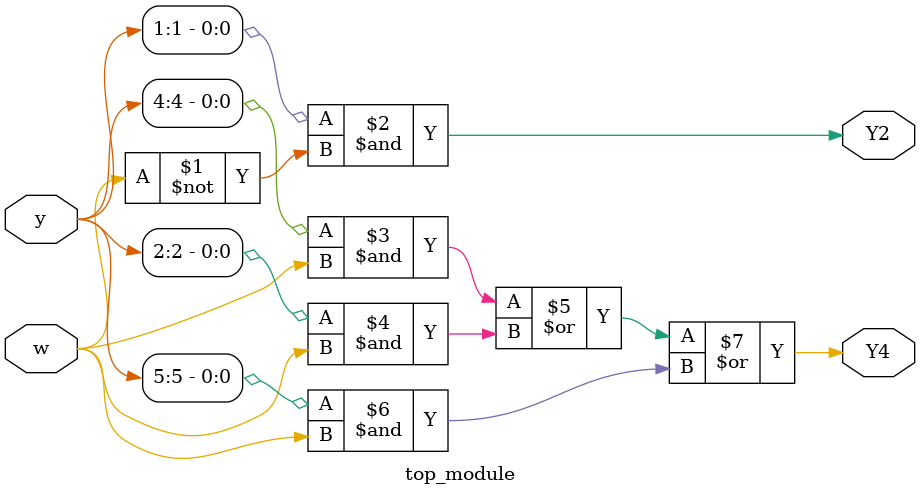
<source format=sv>
module top_module (
    input [6:1] y,
    input w,
    output Y2,
    output Y4
);

    // Next-state logic for Y2 (state B)
    assign Y2 = (y[1] & ~w);

    // Next-state logic for Y4 (state D)
    assign Y4 = (y[4] & w) | (y[2] & w) | (y[5] & w);

endmodule

</source>
